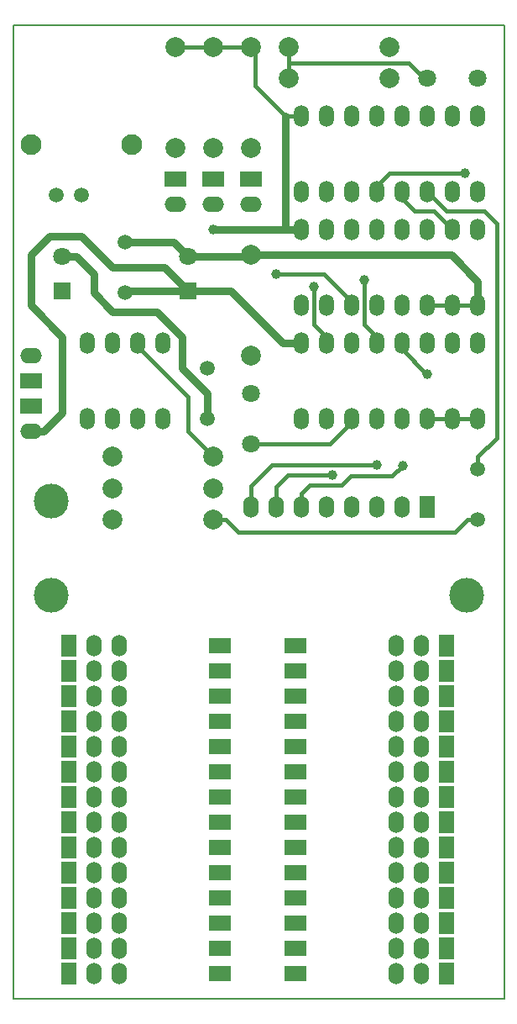
<source format=gtl>
G04 #@! TF.FileFunction,Copper,L1,Top,Signal*
%FSLAX46Y46*%
G04 Gerber Fmt 4.6, Leading zero omitted, Abs format (unit mm)*
G04 Created by KiCad (PCBNEW 4.0.0-stable) date 19.01.2016 13:51:47*
%MOMM*%
G01*
G04 APERTURE LIST*
%ADD10C,0.100000*%
%ADD11C,0.150000*%
%ADD12C,1.500000*%
%ADD13C,2.100000*%
%ADD14R,1.800000X1.800000*%
%ADD15C,1.800000*%
%ADD16C,1.501140*%
%ADD17R,2.199640X1.524000*%
%ADD18O,2.199640X1.524000*%
%ADD19R,1.524000X2.199640*%
%ADD20O,1.524000X2.199640*%
%ADD21C,1.998980*%
%ADD22O,1.501140X2.199640*%
%ADD23C,3.500120*%
%ADD24C,1.000000*%
%ADD25C,0.800000*%
%ADD26C,0.400000*%
G04 APERTURE END LIST*
D10*
D11*
X156972000Y-162560000D02*
X107442000Y-162560000D01*
X156972000Y-64516000D02*
X156972000Y-162560000D01*
X107442000Y-64516000D02*
X156972000Y-64516000D01*
X107442000Y-162560000D02*
X107442000Y-64516000D01*
D12*
X114300000Y-81595000D03*
X111760000Y-81595000D03*
D13*
X109220000Y-76515000D03*
X119380000Y-76515000D03*
D14*
X112395000Y-91285000D03*
D15*
X112395000Y-87785000D03*
X154305000Y-69850000D03*
X149225000Y-69850000D03*
X131445000Y-101600000D03*
X131445000Y-106680000D03*
D16*
X118745000Y-86360000D03*
X118745000Y-91440000D03*
X127000000Y-99060000D03*
X127000000Y-104140000D03*
X154305000Y-114300000D03*
X154305000Y-109220000D03*
D17*
X131445000Y-80010000D03*
D18*
X131445000Y-82550000D03*
D17*
X127635000Y-80010000D03*
D18*
X127635000Y-82550000D03*
D17*
X123825000Y-80010000D03*
D18*
X123825000Y-82550000D03*
D19*
X149225000Y-113030000D03*
D20*
X146685000Y-113030000D03*
X144145000Y-113030000D03*
X141605000Y-113030000D03*
X139065000Y-113030000D03*
X136525000Y-113030000D03*
X133985000Y-113030000D03*
X131445000Y-113030000D03*
D17*
X109220000Y-102870000D03*
D18*
X109220000Y-105410000D03*
D17*
X109220000Y-100330000D03*
D18*
X109220000Y-97790000D03*
D21*
X145415000Y-66675000D03*
X135255000Y-66675000D03*
X145415000Y-69850000D03*
X135255000Y-69850000D03*
X131445000Y-97790000D03*
X131445000Y-87630000D03*
X127635000Y-107950000D03*
X117475000Y-107950000D03*
X117475000Y-111125000D03*
X127635000Y-111125000D03*
X117475000Y-114300000D03*
X127635000Y-114300000D03*
X131445000Y-66675000D03*
X131445000Y-76835000D03*
X127635000Y-66675000D03*
X127635000Y-76835000D03*
X123825000Y-66675000D03*
X123825000Y-76835000D03*
D22*
X136525000Y-81280000D03*
X139065000Y-81280000D03*
X141605000Y-81280000D03*
X144145000Y-81280000D03*
X146685000Y-81280000D03*
X149225000Y-81280000D03*
X151765000Y-81280000D03*
X154305000Y-81280000D03*
X154305000Y-73660000D03*
X151765000Y-73660000D03*
X149225000Y-73660000D03*
X146685000Y-73660000D03*
X144145000Y-73660000D03*
X141605000Y-73660000D03*
X139065000Y-73660000D03*
X136525000Y-73660000D03*
X136525000Y-92710000D03*
X139065000Y-92710000D03*
X141605000Y-92710000D03*
X144145000Y-92710000D03*
X146685000Y-92710000D03*
X149225000Y-92710000D03*
X151765000Y-92710000D03*
X154305000Y-92710000D03*
X154305000Y-85090000D03*
X151765000Y-85090000D03*
X149225000Y-85090000D03*
X146685000Y-85090000D03*
X144145000Y-85090000D03*
X141605000Y-85090000D03*
X139065000Y-85090000D03*
X136525000Y-85090000D03*
X136525000Y-104140000D03*
X139065000Y-104140000D03*
X141605000Y-104140000D03*
X144145000Y-104140000D03*
X146685000Y-104140000D03*
X149225000Y-104140000D03*
X151765000Y-104140000D03*
X154305000Y-104140000D03*
X154305000Y-96520000D03*
X151765000Y-96520000D03*
X149225000Y-96520000D03*
X146685000Y-96520000D03*
X144145000Y-96520000D03*
X141605000Y-96520000D03*
X139065000Y-96520000D03*
X136525000Y-96520000D03*
X114935000Y-104140000D03*
X117475000Y-104140000D03*
X120015000Y-104140000D03*
X122555000Y-104140000D03*
X122555000Y-96520000D03*
X120015000Y-96520000D03*
X117475000Y-96520000D03*
X114935000Y-96520000D03*
D14*
X125095000Y-91285000D03*
D15*
X125095000Y-87785000D03*
D19*
X113030000Y-127000000D03*
D20*
X115570000Y-127000000D03*
X118110000Y-127000000D03*
D19*
X113030000Y-129540000D03*
D20*
X115570000Y-129540000D03*
X118110000Y-129540000D03*
D19*
X113030000Y-132080000D03*
D20*
X115570000Y-132080000D03*
X118110000Y-132080000D03*
D19*
X113030000Y-134620000D03*
D20*
X115570000Y-134620000D03*
X118110000Y-134620000D03*
D19*
X113030000Y-137160000D03*
D20*
X115570000Y-137160000D03*
X118110000Y-137160000D03*
D19*
X113030000Y-139700000D03*
D20*
X115570000Y-139700000D03*
X118110000Y-139700000D03*
D19*
X113030000Y-142240000D03*
D20*
X115570000Y-142240000D03*
X118110000Y-142240000D03*
D19*
X113030000Y-144780000D03*
D20*
X115570000Y-144780000D03*
X118110000Y-144780000D03*
D19*
X113030000Y-147320000D03*
D20*
X115570000Y-147320000D03*
X118110000Y-147320000D03*
D19*
X113030000Y-149860000D03*
D20*
X115570000Y-149860000D03*
X118110000Y-149860000D03*
D19*
X113030000Y-152400000D03*
D20*
X115570000Y-152400000D03*
X118110000Y-152400000D03*
D19*
X113030000Y-154940000D03*
D20*
X115570000Y-154940000D03*
X118110000Y-154940000D03*
D19*
X113030000Y-157480000D03*
D20*
X115570000Y-157480000D03*
X118110000Y-157480000D03*
D19*
X113030000Y-160020000D03*
D20*
X115570000Y-160020000D03*
X118110000Y-160020000D03*
D19*
X151130000Y-160020000D03*
D20*
X148590000Y-160020000D03*
X146050000Y-160020000D03*
D19*
X151130000Y-157480000D03*
D20*
X148590000Y-157480000D03*
X146050000Y-157480000D03*
D19*
X151130000Y-154940000D03*
D20*
X148590000Y-154940000D03*
X146050000Y-154940000D03*
D19*
X151130000Y-152400000D03*
D20*
X148590000Y-152400000D03*
X146050000Y-152400000D03*
D19*
X151130000Y-149860000D03*
D20*
X148590000Y-149860000D03*
X146050000Y-149860000D03*
D19*
X151130000Y-147320000D03*
D20*
X148590000Y-147320000D03*
X146050000Y-147320000D03*
D19*
X151130000Y-144780000D03*
D20*
X148590000Y-144780000D03*
X146050000Y-144780000D03*
D19*
X151130000Y-142240000D03*
D20*
X148590000Y-142240000D03*
X146050000Y-142240000D03*
D19*
X151130000Y-139700000D03*
D20*
X148590000Y-139700000D03*
X146050000Y-139700000D03*
D19*
X151130000Y-137160000D03*
D20*
X148590000Y-137160000D03*
X146050000Y-137160000D03*
D19*
X151130000Y-134620000D03*
D20*
X148590000Y-134620000D03*
X146050000Y-134620000D03*
D19*
X151130000Y-132080000D03*
D20*
X148590000Y-132080000D03*
X146050000Y-132080000D03*
D19*
X151130000Y-129540000D03*
D20*
X148590000Y-129540000D03*
X146050000Y-129540000D03*
D19*
X151130000Y-127000000D03*
D20*
X148590000Y-127000000D03*
X146050000Y-127000000D03*
D17*
X128270000Y-127000000D03*
X128270000Y-129540000D03*
X128270000Y-132080000D03*
X128270000Y-134620000D03*
X128270000Y-137160000D03*
X128270000Y-139700000D03*
X128270000Y-142240000D03*
X128270000Y-144780000D03*
X128270000Y-147320000D03*
X128270000Y-149860000D03*
X128270000Y-152400000D03*
X128270000Y-154940000D03*
X128270000Y-157480000D03*
X128270000Y-160020000D03*
X135890000Y-160020000D03*
X135890000Y-157480000D03*
X135890000Y-154940000D03*
X135890000Y-152400000D03*
X135890000Y-149860000D03*
X135890000Y-147320000D03*
X135890000Y-144780000D03*
X135890000Y-142240000D03*
X135890000Y-139700000D03*
X135890000Y-137160000D03*
X135890000Y-134620000D03*
X135890000Y-132080000D03*
X135890000Y-129540000D03*
X135890000Y-127000000D03*
D23*
X111252000Y-121920000D03*
X153162000Y-121920000D03*
X111252000Y-112395000D03*
D24*
X127635000Y-85090000D03*
X133985000Y-89535000D03*
X142875000Y-90170000D03*
X137795000Y-90804986D03*
X149250400Y-99644200D03*
X146761200Y-108839000D03*
X139623800Y-109778800D03*
X144145000Y-108762800D03*
X153035000Y-79375000D03*
D25*
X109220000Y-105410000D02*
X110490000Y-105410000D01*
X122710000Y-88900000D02*
X125095000Y-91285000D01*
X117475000Y-88900000D02*
X122710000Y-88900000D01*
X114300000Y-85725000D02*
X117475000Y-88900000D01*
X111125000Y-85725000D02*
X114300000Y-85725000D01*
X109220000Y-87630000D02*
X111125000Y-85725000D01*
X109220000Y-92710000D02*
X109220000Y-87630000D01*
X112395000Y-95885000D02*
X109220000Y-92710000D01*
X112395000Y-103505000D02*
X112395000Y-95885000D01*
X110490000Y-105410000D02*
X112395000Y-103505000D01*
X134874000Y-73660000D02*
X134874000Y-85090000D01*
X134874000Y-85090000D02*
X135255000Y-85090000D01*
X127635000Y-85090000D02*
X135255000Y-85090000D01*
X135255000Y-85090000D02*
X136525000Y-85090000D01*
X125095000Y-91285000D02*
X118900000Y-91285000D01*
X118900000Y-91285000D02*
X118745000Y-91440000D01*
X136525000Y-96520000D02*
X134620000Y-96520000D01*
X129385000Y-91285000D02*
X125095000Y-91285000D01*
X134620000Y-96520000D02*
X129385000Y-91285000D01*
D26*
X123825000Y-66675000D02*
X127635000Y-66675000D01*
X127635000Y-66675000D02*
X131445000Y-66675000D01*
X131445000Y-66675000D02*
X131826000Y-67056000D01*
X131826000Y-67056000D02*
X131826000Y-70612000D01*
X131826000Y-70612000D02*
X134874000Y-73660000D01*
X134874000Y-73660000D02*
X136525000Y-73660000D01*
X151765000Y-92710000D02*
X154305000Y-92710000D01*
X149225000Y-92710000D02*
X151765000Y-92710000D01*
X151765000Y-104140000D02*
X154305000Y-104140000D01*
X149225000Y-104140000D02*
X151765000Y-104140000D01*
D25*
X118745000Y-86360000D02*
X123670000Y-86360000D01*
X123670000Y-86360000D02*
X125095000Y-87785000D01*
X131445000Y-87630000D02*
X151638000Y-87630000D01*
X151638000Y-87630000D02*
X154305000Y-90297000D01*
X154305000Y-90297000D02*
X154305000Y-92710000D01*
X125095000Y-87785000D02*
X131290000Y-87785000D01*
X131290000Y-87785000D02*
X131445000Y-87630000D01*
X127000000Y-104140000D02*
X127000000Y-101600000D01*
X113820000Y-87785000D02*
X112395000Y-87785000D01*
X115570000Y-89535000D02*
X113820000Y-87785000D01*
X115570000Y-91440000D02*
X115570000Y-89535000D01*
X117475000Y-93345000D02*
X115570000Y-91440000D01*
X121920000Y-93345000D02*
X117475000Y-93345000D01*
X124460000Y-95885000D02*
X121920000Y-93345000D01*
X124460000Y-99060000D02*
X124460000Y-95885000D01*
X127000000Y-101600000D02*
X124460000Y-99060000D01*
D26*
X135255000Y-68326000D02*
X147320000Y-68326000D01*
X147320000Y-68326000D02*
X148844000Y-69850000D01*
X135255000Y-69850000D02*
X135255000Y-68326000D01*
X135255000Y-68326000D02*
X135255000Y-68199000D01*
X149225000Y-69850000D02*
X148844000Y-69850000D01*
X135255000Y-68199000D02*
X135255000Y-66675000D01*
X141605000Y-104140000D02*
X141605000Y-104489250D01*
X141605000Y-104489250D02*
X139414250Y-106680000D01*
X139414250Y-106680000D02*
X132717792Y-106680000D01*
X132717792Y-106680000D02*
X131445000Y-106680000D01*
X128905000Y-114300000D02*
X127635000Y-114300000D01*
X130175000Y-115570000D02*
X128905000Y-114300000D01*
X151973534Y-115570000D02*
X130175000Y-115570000D01*
X154305000Y-114300000D02*
X153243534Y-114300000D01*
X153243534Y-114300000D02*
X151973534Y-115570000D01*
X154305000Y-109220000D02*
X154305000Y-107950000D01*
X151130000Y-83185000D02*
X149225000Y-81280000D01*
X154940000Y-83185000D02*
X151130000Y-83185000D01*
X156210000Y-84455000D02*
X154940000Y-83185000D01*
X156210000Y-106045000D02*
X156210000Y-84455000D01*
X154305000Y-107950000D02*
X156210000Y-106045000D01*
X125095000Y-101949250D02*
X125095000Y-105410000D01*
X125095000Y-105410000D02*
X127635000Y-107950000D01*
X120015000Y-96520000D02*
X120015000Y-96869250D01*
X120015000Y-96869250D02*
X125095000Y-101949250D01*
X134692106Y-89535000D02*
X133985000Y-89535000D01*
X138779250Y-89535000D02*
X134692106Y-89535000D01*
X141605000Y-92360750D02*
X138779250Y-89535000D01*
X141605000Y-92710000D02*
X141605000Y-92360750D01*
X142875000Y-94615000D02*
X144145000Y-95885000D01*
X142875000Y-90170000D02*
X142875000Y-94615000D01*
X144145000Y-95885000D02*
X144145000Y-96520000D01*
X137795000Y-90804986D02*
X137795000Y-94615000D01*
X137795000Y-94615000D02*
X139065000Y-95885000D01*
X139065000Y-95885000D02*
X139065000Y-96520000D01*
X149250400Y-99644200D02*
X149225000Y-99618800D01*
X149225000Y-99618800D02*
X149174200Y-99618800D01*
X149174200Y-99618800D02*
X146685000Y-97129600D01*
X146685000Y-97129600D02*
X146685000Y-96520000D01*
X136525000Y-113030000D02*
X136525000Y-111683800D01*
X145694400Y-109905800D02*
X146761200Y-108839000D01*
X141478000Y-109905800D02*
X145694400Y-109905800D01*
X140563600Y-110820200D02*
X141478000Y-109905800D01*
X137388600Y-110820200D02*
X140563600Y-110820200D01*
X136525000Y-111683800D02*
X137388600Y-110820200D01*
X133997700Y-111010700D02*
X133997700Y-113017300D01*
X133997700Y-113017300D02*
X133985000Y-113030000D01*
X135204200Y-109804200D02*
X133997700Y-111010700D01*
X133997700Y-111010700D02*
X133985000Y-111023400D01*
X139598400Y-109804200D02*
X135204200Y-109804200D01*
X139623800Y-109778800D02*
X139598400Y-109804200D01*
X131445000Y-113030000D02*
X131445000Y-110896400D01*
X133578600Y-108762800D02*
X144145000Y-108762800D01*
X131445000Y-110896400D02*
X133578600Y-108762800D01*
X144145000Y-81280000D02*
X144145000Y-80645000D01*
X144145000Y-80645000D02*
X145415000Y-79375000D01*
X145415000Y-79375000D02*
X153035000Y-79375000D01*
X151765000Y-85090000D02*
X149860000Y-83185000D01*
X147955000Y-83185000D02*
X146685000Y-81915000D01*
X149860000Y-83185000D02*
X147955000Y-83185000D01*
X146685000Y-81915000D02*
X146685000Y-81280000D01*
M02*

</source>
